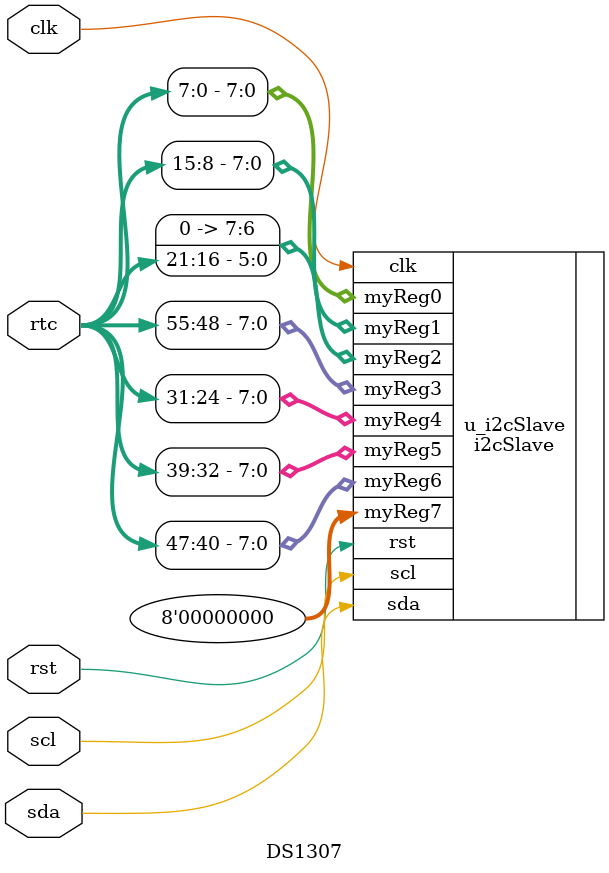
<source format=v>
`include "i2cSlave_define.v"


module DS1307 (
  clk,
  rst,
  sda,
  scl,
  rtc
);
input clk;
input rst;
inout sda;
input scl;
input [64:0] rtc;

//0x0 -> rtc[ 7: 0] - Sec
//0x1 -> rtc[15: 8] - Min
//0x2 -> {2'b0,rtc[21:16]} - Hour Format 24H
//0x3 -> rtc[55:48] - WDay
//0x4 -> rtc[31:24] - Day
//0x5 -> rtc[39:32] - Mon
//0x6 -> rtc[47:40] - Year
//0x7 -> 8'b0

i2cSlave u_i2cSlave(
  .clk(clk),
  .rst(rst),
  .sda(sda),
  .scl(scl),
  .myReg0(rtc[ 7: 0]),
  .myReg1(rtc[15: 8]),
  .myReg2({2'b0,rtc[21:16]}),
  .myReg3(rtc[55:48]),
  .myReg4(rtc[31:24]),
  .myReg5(rtc[39:32]),
  .myReg6(rtc[47:40]),
  .myReg7(8'h0)

);


endmodule


 

</source>
